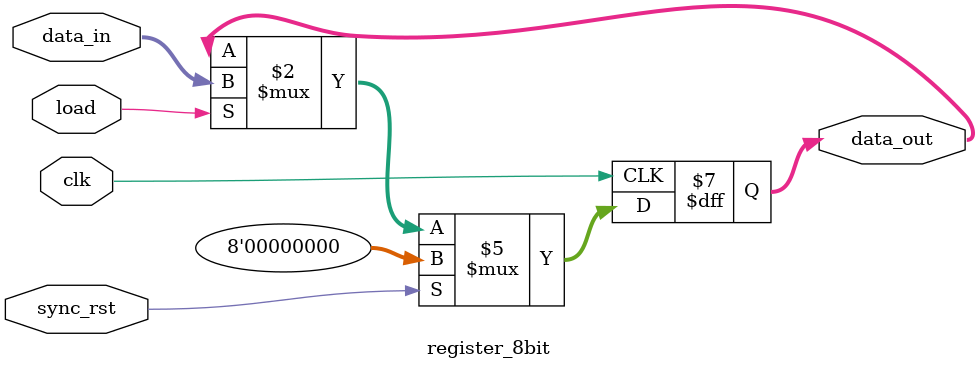
<source format=v>
`timescale 1ns / 1ps
module register_8bit (
    input            clk,      // System Clock
    input            sync_rst, // Synchronous Reset (Active High)
    input            load,     // Load Enable
    input      [7:0] data_in,  // 8-bit Data Input
    output reg [7:0] data_out  // 8-bit Data Output
);

    // Synchronous logic: triggers only on the rising edge of clk
    always @(posedge clk) begin
        if (sync_rst) begin
            // Reset the register to zero
            data_out <= 8'b00000000;
        end 
        else if (load) begin
            // Load new data if enable is high
            data_out <= data_in;
        end
        // If neither reset nor load is high, data_out remains unchanged
    end

endmodule

</source>
